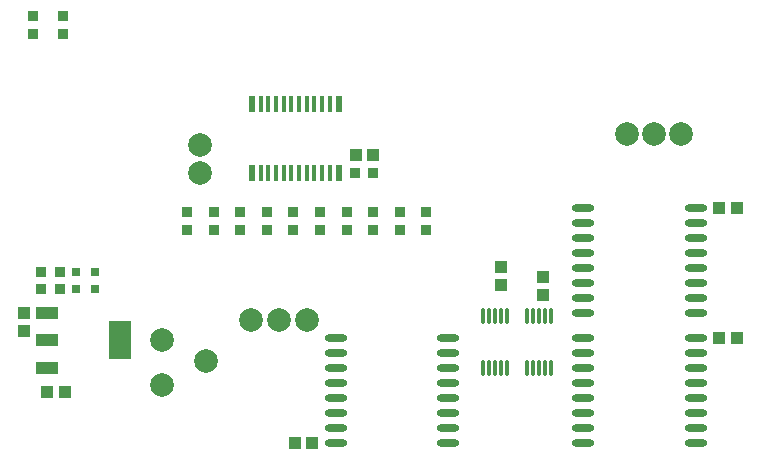
<source format=gtp>
G04*
G04 #@! TF.GenerationSoftware,Altium Limited,Altium Designer,20.2.6 (244)*
G04*
G04 Layer_Color=8421504*
%FSLAX25Y25*%
%MOIN*%
G70*
G04*
G04 #@! TF.SameCoordinates,6014BA27-FBD2-41FC-A7C1-7B1D111333E3*
G04*
G04*
G04 #@! TF.FilePolarity,Positive*
G04*
G01*
G75*
%ADD15R,0.03543X0.03347*%
%ADD16R,0.03150X0.03150*%
%ADD17R,0.03347X0.03543*%
%ADD18R,0.04134X0.03937*%
%ADD19R,0.07284X0.12598*%
%ADD20R,0.07284X0.03937*%
%ADD21R,0.03937X0.04134*%
%ADD22C,0.07874*%
%ADD23O,0.07480X0.02362*%
%ADD24O,0.01181X0.05709*%
%ADD25R,0.02362X0.05315*%
%ADD26R,0.01575X0.05315*%
D15*
X52953Y185531D02*
D03*
Y191634D02*
D03*
X42953Y185531D02*
D03*
Y191634D02*
D03*
X94449Y126201D02*
D03*
Y120098D02*
D03*
X103307D02*
D03*
Y126201D02*
D03*
X112165D02*
D03*
Y120098D02*
D03*
X121024Y126201D02*
D03*
Y120098D02*
D03*
X129882Y126201D02*
D03*
Y120098D02*
D03*
X138740Y126201D02*
D03*
Y120098D02*
D03*
X147598Y126201D02*
D03*
Y120098D02*
D03*
X156457Y126201D02*
D03*
Y120098D02*
D03*
X165315Y126201D02*
D03*
Y120098D02*
D03*
X174173Y126201D02*
D03*
Y120098D02*
D03*
D16*
X63701Y100472D02*
D03*
X57402D02*
D03*
X63681Y106181D02*
D03*
X57382D02*
D03*
D17*
X51988Y100472D02*
D03*
X45886D02*
D03*
X51968Y106181D02*
D03*
X45866D02*
D03*
X156398Y139252D02*
D03*
X150295D02*
D03*
D18*
X53759Y66063D02*
D03*
X47853D02*
D03*
X277638Y127657D02*
D03*
X271732D02*
D03*
X277638Y84153D02*
D03*
X271732D02*
D03*
X130315Y49134D02*
D03*
X136221D02*
D03*
X156496Y145158D02*
D03*
X150591D02*
D03*
D19*
X72066Y83346D02*
D03*
D20*
X47853Y74291D02*
D03*
Y83346D02*
D03*
Y92401D02*
D03*
D21*
X40079D02*
D03*
Y86496D02*
D03*
X199134Y101850D02*
D03*
Y107756D02*
D03*
X212913Y104449D02*
D03*
Y98543D02*
D03*
D22*
X85984Y68661D02*
D03*
X259095Y152166D02*
D03*
X98655Y139276D02*
D03*
X98813Y148370D02*
D03*
X85984Y83346D02*
D03*
X241142Y152166D02*
D03*
X250118D02*
D03*
X134252Y90236D02*
D03*
X125039D02*
D03*
X115827D02*
D03*
X100669Y76457D02*
D03*
D23*
X144016Y84153D02*
D03*
Y79154D02*
D03*
Y74154D02*
D03*
Y69153D02*
D03*
Y64153D02*
D03*
Y59153D02*
D03*
Y54154D02*
D03*
Y49154D02*
D03*
X181417Y84153D02*
D03*
Y79154D02*
D03*
Y74154D02*
D03*
Y69153D02*
D03*
Y64153D02*
D03*
Y59153D02*
D03*
Y54154D02*
D03*
Y49154D02*
D03*
X226535Y127657D02*
D03*
Y122658D02*
D03*
Y117657D02*
D03*
Y112657D02*
D03*
Y107658D02*
D03*
Y102657D02*
D03*
Y97658D02*
D03*
Y92658D02*
D03*
X263937Y127657D02*
D03*
Y122658D02*
D03*
Y117657D02*
D03*
Y112657D02*
D03*
Y107658D02*
D03*
Y102657D02*
D03*
Y97658D02*
D03*
Y92658D02*
D03*
X226535Y84153D02*
D03*
Y79154D02*
D03*
Y74154D02*
D03*
Y69153D02*
D03*
Y64153D02*
D03*
Y59153D02*
D03*
Y54154D02*
D03*
Y49154D02*
D03*
X263937Y84153D02*
D03*
Y79154D02*
D03*
Y74154D02*
D03*
Y69153D02*
D03*
Y64153D02*
D03*
Y59153D02*
D03*
Y54154D02*
D03*
Y49154D02*
D03*
D24*
X201102Y91536D02*
D03*
X199134D02*
D03*
X197165D02*
D03*
X195197D02*
D03*
X193228D02*
D03*
X201102Y74213D02*
D03*
X199134D02*
D03*
X197165D02*
D03*
X195197D02*
D03*
X193228D02*
D03*
X215669Y91536D02*
D03*
X213701D02*
D03*
X211732D02*
D03*
X209764D02*
D03*
X207795D02*
D03*
X215669Y74213D02*
D03*
X213701D02*
D03*
X211732D02*
D03*
X209764D02*
D03*
X207795D02*
D03*
D25*
X116004Y139272D02*
D03*
X144941D02*
D03*
X116004Y162303D02*
D03*
X144941D02*
D03*
D26*
X118957Y139272D02*
D03*
X121516D02*
D03*
X124075D02*
D03*
X126634D02*
D03*
X129193D02*
D03*
X131752D02*
D03*
X134311D02*
D03*
X136870D02*
D03*
X139429D02*
D03*
X141988D02*
D03*
X118957Y162303D02*
D03*
X124075D02*
D03*
X126634D02*
D03*
X129193D02*
D03*
X131752D02*
D03*
X121516D02*
D03*
X134311D02*
D03*
X136870D02*
D03*
X141988D02*
D03*
X139429D02*
D03*
M02*

</source>
